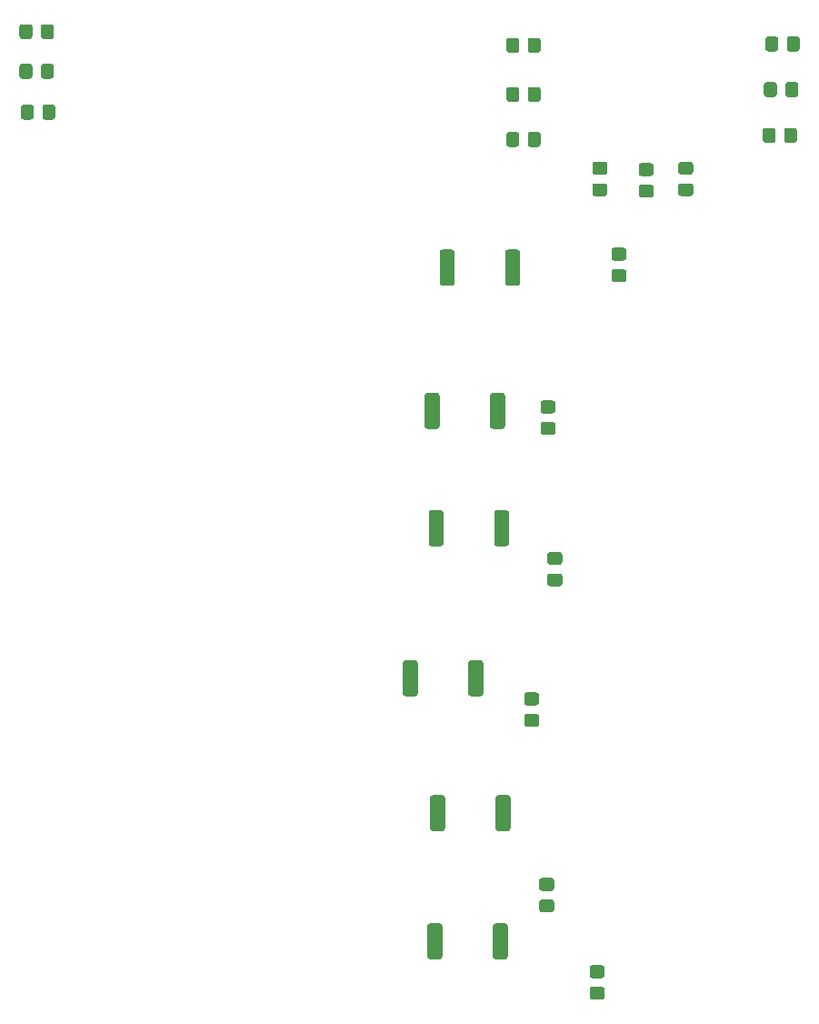
<source format=gtp>
%TF.GenerationSoftware,KiCad,Pcbnew,(5.1.8)-1*%
%TF.CreationDate,2020-12-20T02:03:12+03:00*%
%TF.ProjectId,BLDC_SensorlessWithLM339,424c4443-5f53-4656-9e73-6f726c657373,0.3*%
%TF.SameCoordinates,Original*%
%TF.FileFunction,Paste,Top*%
%TF.FilePolarity,Positive*%
%FSLAX46Y46*%
G04 Gerber Fmt 4.6, Leading zero omitted, Abs format (unit mm)*
G04 Created by KiCad (PCBNEW (5.1.8)-1) date 2020-12-20 02:03:12*
%MOMM*%
%LPD*%
G01*
G04 APERTURE LIST*
G04 APERTURE END LIST*
%TO.C,R24*%
G36*
G01*
X93834000Y-26346999D02*
X93834000Y-27247001D01*
G75*
G02*
X93584001Y-27497000I-249999J0D01*
G01*
X92883999Y-27497000D01*
G75*
G02*
X92634000Y-27247001I0J249999D01*
G01*
X92634000Y-26346999D01*
G75*
G02*
X92883999Y-26097000I249999J0D01*
G01*
X93584001Y-26097000D01*
G75*
G02*
X93834000Y-26346999I0J-249999D01*
G01*
G37*
G36*
G01*
X95834000Y-26346999D02*
X95834000Y-27247001D01*
G75*
G02*
X95584001Y-27497000I-249999J0D01*
G01*
X94883999Y-27497000D01*
G75*
G02*
X94634000Y-27247001I0J249999D01*
G01*
X94634000Y-26346999D01*
G75*
G02*
X94883999Y-26097000I249999J0D01*
G01*
X95584001Y-26097000D01*
G75*
G02*
X95834000Y-26346999I0J-249999D01*
G01*
G37*
%TD*%
%TO.C,R23*%
G36*
G01*
X93961000Y-22092499D02*
X93961000Y-22992501D01*
G75*
G02*
X93711001Y-23242500I-249999J0D01*
G01*
X93010999Y-23242500D01*
G75*
G02*
X92761000Y-22992501I0J249999D01*
G01*
X92761000Y-22092499D01*
G75*
G02*
X93010999Y-21842500I249999J0D01*
G01*
X93711001Y-21842500D01*
G75*
G02*
X93961000Y-22092499I0J-249999D01*
G01*
G37*
G36*
G01*
X95961000Y-22092499D02*
X95961000Y-22992501D01*
G75*
G02*
X95711001Y-23242500I-249999J0D01*
G01*
X95010999Y-23242500D01*
G75*
G02*
X94761000Y-22992501I0J249999D01*
G01*
X94761000Y-22092499D01*
G75*
G02*
X95010999Y-21842500I249999J0D01*
G01*
X95711001Y-21842500D01*
G75*
G02*
X95961000Y-22092499I0J-249999D01*
G01*
G37*
%TD*%
%TO.C,R22*%
G36*
G01*
X94088000Y-17837999D02*
X94088000Y-18738001D01*
G75*
G02*
X93838001Y-18988000I-249999J0D01*
G01*
X93137999Y-18988000D01*
G75*
G02*
X92888000Y-18738001I0J249999D01*
G01*
X92888000Y-17837999D01*
G75*
G02*
X93137999Y-17588000I249999J0D01*
G01*
X93838001Y-17588000D01*
G75*
G02*
X94088000Y-17837999I0J-249999D01*
G01*
G37*
G36*
G01*
X96088000Y-17837999D02*
X96088000Y-18738001D01*
G75*
G02*
X95838001Y-18988000I-249999J0D01*
G01*
X95137999Y-18988000D01*
G75*
G02*
X94888000Y-18738001I0J249999D01*
G01*
X94888000Y-17837999D01*
G75*
G02*
X95137999Y-17588000I249999J0D01*
G01*
X95838001Y-17588000D01*
G75*
G02*
X96088000Y-17837999I0J-249999D01*
G01*
G37*
%TD*%
%TO.C,R21*%
G36*
G01*
X85921001Y-30461000D02*
X85020999Y-30461000D01*
G75*
G02*
X84771000Y-30211001I0J249999D01*
G01*
X84771000Y-29510999D01*
G75*
G02*
X85020999Y-29261000I249999J0D01*
G01*
X85921001Y-29261000D01*
G75*
G02*
X86171000Y-29510999I0J-249999D01*
G01*
X86171000Y-30211001D01*
G75*
G02*
X85921001Y-30461000I-249999J0D01*
G01*
G37*
G36*
G01*
X85921001Y-32461000D02*
X85020999Y-32461000D01*
G75*
G02*
X84771000Y-32211001I0J249999D01*
G01*
X84771000Y-31510999D01*
G75*
G02*
X85020999Y-31261000I249999J0D01*
G01*
X85921001Y-31261000D01*
G75*
G02*
X86171000Y-31510999I0J-249999D01*
G01*
X86171000Y-32211001D01*
G75*
G02*
X85921001Y-32461000I-249999J0D01*
G01*
G37*
%TD*%
%TO.C,R20*%
G36*
G01*
X82238001Y-30588000D02*
X81337999Y-30588000D01*
G75*
G02*
X81088000Y-30338001I0J249999D01*
G01*
X81088000Y-29637999D01*
G75*
G02*
X81337999Y-29388000I249999J0D01*
G01*
X82238001Y-29388000D01*
G75*
G02*
X82488000Y-29637999I0J-249999D01*
G01*
X82488000Y-30338001D01*
G75*
G02*
X82238001Y-30588000I-249999J0D01*
G01*
G37*
G36*
G01*
X82238001Y-32588000D02*
X81337999Y-32588000D01*
G75*
G02*
X81088000Y-32338001I0J249999D01*
G01*
X81088000Y-31637999D01*
G75*
G02*
X81337999Y-31388000I249999J0D01*
G01*
X82238001Y-31388000D01*
G75*
G02*
X82488000Y-31637999I0J-249999D01*
G01*
X82488000Y-32338001D01*
G75*
G02*
X82238001Y-32588000I-249999J0D01*
G01*
G37*
%TD*%
%TO.C,R19*%
G36*
G01*
X77920001Y-30461000D02*
X77019999Y-30461000D01*
G75*
G02*
X76770000Y-30211001I0J249999D01*
G01*
X76770000Y-29510999D01*
G75*
G02*
X77019999Y-29261000I249999J0D01*
G01*
X77920001Y-29261000D01*
G75*
G02*
X78170000Y-29510999I0J-249999D01*
G01*
X78170000Y-30211001D01*
G75*
G02*
X77920001Y-30461000I-249999J0D01*
G01*
G37*
G36*
G01*
X77920001Y-32461000D02*
X77019999Y-32461000D01*
G75*
G02*
X76770000Y-32211001I0J249999D01*
G01*
X76770000Y-31510999D01*
G75*
G02*
X77019999Y-31261000I249999J0D01*
G01*
X77920001Y-31261000D01*
G75*
G02*
X78170000Y-31510999I0J-249999D01*
G01*
X78170000Y-32211001D01*
G75*
G02*
X77920001Y-32461000I-249999J0D01*
G01*
G37*
%TD*%
%TO.C,R18*%
G36*
G01*
X69958000Y-26727999D02*
X69958000Y-27628001D01*
G75*
G02*
X69708001Y-27878000I-249999J0D01*
G01*
X69007999Y-27878000D01*
G75*
G02*
X68758000Y-27628001I0J249999D01*
G01*
X68758000Y-26727999D01*
G75*
G02*
X69007999Y-26478000I249999J0D01*
G01*
X69708001Y-26478000D01*
G75*
G02*
X69958000Y-26727999I0J-249999D01*
G01*
G37*
G36*
G01*
X71958000Y-26727999D02*
X71958000Y-27628001D01*
G75*
G02*
X71708001Y-27878000I-249999J0D01*
G01*
X71007999Y-27878000D01*
G75*
G02*
X70758000Y-27628001I0J249999D01*
G01*
X70758000Y-26727999D01*
G75*
G02*
X71007999Y-26478000I249999J0D01*
G01*
X71708001Y-26478000D01*
G75*
G02*
X71958000Y-26727999I0J-249999D01*
G01*
G37*
%TD*%
%TO.C,R17*%
G36*
G01*
X69958000Y-22536999D02*
X69958000Y-23437001D01*
G75*
G02*
X69708001Y-23687000I-249999J0D01*
G01*
X69007999Y-23687000D01*
G75*
G02*
X68758000Y-23437001I0J249999D01*
G01*
X68758000Y-22536999D01*
G75*
G02*
X69007999Y-22287000I249999J0D01*
G01*
X69708001Y-22287000D01*
G75*
G02*
X69958000Y-22536999I0J-249999D01*
G01*
G37*
G36*
G01*
X71958000Y-22536999D02*
X71958000Y-23437001D01*
G75*
G02*
X71708001Y-23687000I-249999J0D01*
G01*
X71007999Y-23687000D01*
G75*
G02*
X70758000Y-23437001I0J249999D01*
G01*
X70758000Y-22536999D01*
G75*
G02*
X71007999Y-22287000I249999J0D01*
G01*
X71708001Y-22287000D01*
G75*
G02*
X71958000Y-22536999I0J-249999D01*
G01*
G37*
%TD*%
%TO.C,R16*%
G36*
G01*
X69958000Y-17964999D02*
X69958000Y-18865001D01*
G75*
G02*
X69708001Y-19115000I-249999J0D01*
G01*
X69007999Y-19115000D01*
G75*
G02*
X68758000Y-18865001I0J249999D01*
G01*
X68758000Y-17964999D01*
G75*
G02*
X69007999Y-17715000I249999J0D01*
G01*
X69708001Y-17715000D01*
G75*
G02*
X69958000Y-17964999I0J-249999D01*
G01*
G37*
G36*
G01*
X71958000Y-17964999D02*
X71958000Y-18865001D01*
G75*
G02*
X71708001Y-19115000I-249999J0D01*
G01*
X71007999Y-19115000D01*
G75*
G02*
X70758000Y-18865001I0J249999D01*
G01*
X70758000Y-17964999D01*
G75*
G02*
X71007999Y-17715000I249999J0D01*
G01*
X71708001Y-17715000D01*
G75*
G02*
X71958000Y-17964999I0J-249999D01*
G01*
G37*
%TD*%
%TO.C,R15*%
G36*
G01*
X72193999Y-53486000D02*
X73094001Y-53486000D01*
G75*
G02*
X73344000Y-53735999I0J-249999D01*
G01*
X73344000Y-54436001D01*
G75*
G02*
X73094001Y-54686000I-249999J0D01*
G01*
X72193999Y-54686000D01*
G75*
G02*
X71944000Y-54436001I0J249999D01*
G01*
X71944000Y-53735999D01*
G75*
G02*
X72193999Y-53486000I249999J0D01*
G01*
G37*
G36*
G01*
X72193999Y-51486000D02*
X73094001Y-51486000D01*
G75*
G02*
X73344000Y-51735999I0J-249999D01*
G01*
X73344000Y-52436001D01*
G75*
G02*
X73094001Y-52686000I-249999J0D01*
G01*
X72193999Y-52686000D01*
G75*
G02*
X71944000Y-52436001I0J249999D01*
G01*
X71944000Y-51735999D01*
G75*
G02*
X72193999Y-51486000I249999J0D01*
G01*
G37*
%TD*%
%TO.C,R14*%
G36*
G01*
X78797999Y-39262000D02*
X79698001Y-39262000D01*
G75*
G02*
X79948000Y-39511999I0J-249999D01*
G01*
X79948000Y-40212001D01*
G75*
G02*
X79698001Y-40462000I-249999J0D01*
G01*
X78797999Y-40462000D01*
G75*
G02*
X78548000Y-40212001I0J249999D01*
G01*
X78548000Y-39511999D01*
G75*
G02*
X78797999Y-39262000I249999J0D01*
G01*
G37*
G36*
G01*
X78797999Y-37262000D02*
X79698001Y-37262000D01*
G75*
G02*
X79948000Y-37511999I0J-249999D01*
G01*
X79948000Y-38212001D01*
G75*
G02*
X79698001Y-38462000I-249999J0D01*
G01*
X78797999Y-38462000D01*
G75*
G02*
X78548000Y-38212001I0J249999D01*
G01*
X78548000Y-37511999D01*
G75*
G02*
X78797999Y-37262000I249999J0D01*
G01*
G37*
%TD*%
%TO.C,R13*%
G36*
G01*
X76765999Y-106064000D02*
X77666001Y-106064000D01*
G75*
G02*
X77916000Y-106313999I0J-249999D01*
G01*
X77916000Y-107014001D01*
G75*
G02*
X77666001Y-107264000I-249999J0D01*
G01*
X76765999Y-107264000D01*
G75*
G02*
X76516000Y-107014001I0J249999D01*
G01*
X76516000Y-106313999D01*
G75*
G02*
X76765999Y-106064000I249999J0D01*
G01*
G37*
G36*
G01*
X76765999Y-104064000D02*
X77666001Y-104064000D01*
G75*
G02*
X77916000Y-104313999I0J-249999D01*
G01*
X77916000Y-105014001D01*
G75*
G02*
X77666001Y-105264000I-249999J0D01*
G01*
X76765999Y-105264000D01*
G75*
G02*
X76516000Y-105014001I0J249999D01*
G01*
X76516000Y-104313999D01*
G75*
G02*
X76765999Y-104064000I249999J0D01*
G01*
G37*
%TD*%
%TO.C,R12*%
G36*
G01*
X67247000Y-53876001D02*
X67247000Y-51025999D01*
G75*
G02*
X67496999Y-50776000I249999J0D01*
G01*
X68397001Y-50776000D01*
G75*
G02*
X68647000Y-51025999I0J-249999D01*
G01*
X68647000Y-53876001D01*
G75*
G02*
X68397001Y-54126000I-249999J0D01*
G01*
X67496999Y-54126000D01*
G75*
G02*
X67247000Y-53876001I0J249999D01*
G01*
G37*
G36*
G01*
X61147000Y-53876001D02*
X61147000Y-51025999D01*
G75*
G02*
X61396999Y-50776000I249999J0D01*
G01*
X62297001Y-50776000D01*
G75*
G02*
X62547000Y-51025999I0J-249999D01*
G01*
X62547000Y-53876001D01*
G75*
G02*
X62297001Y-54126000I-249999J0D01*
G01*
X61396999Y-54126000D01*
G75*
G02*
X61147000Y-53876001I0J249999D01*
G01*
G37*
%TD*%
%TO.C,R11*%
G36*
G01*
X68644000Y-40541001D02*
X68644000Y-37690999D01*
G75*
G02*
X68893999Y-37441000I249999J0D01*
G01*
X69794001Y-37441000D01*
G75*
G02*
X70044000Y-37690999I0J-249999D01*
G01*
X70044000Y-40541001D01*
G75*
G02*
X69794001Y-40791000I-249999J0D01*
G01*
X68893999Y-40791000D01*
G75*
G02*
X68644000Y-40541001I0J249999D01*
G01*
G37*
G36*
G01*
X62544000Y-40541001D02*
X62544000Y-37690999D01*
G75*
G02*
X62793999Y-37441000I249999J0D01*
G01*
X63694001Y-37441000D01*
G75*
G02*
X63944000Y-37690999I0J-249999D01*
G01*
X63944000Y-40541001D01*
G75*
G02*
X63694001Y-40791000I-249999J0D01*
G01*
X62793999Y-40791000D01*
G75*
G02*
X62544000Y-40541001I0J249999D01*
G01*
G37*
%TD*%
%TO.C,R10*%
G36*
G01*
X72828999Y-67583000D02*
X73729001Y-67583000D01*
G75*
G02*
X73979000Y-67832999I0J-249999D01*
G01*
X73979000Y-68533001D01*
G75*
G02*
X73729001Y-68783000I-249999J0D01*
G01*
X72828999Y-68783000D01*
G75*
G02*
X72579000Y-68533001I0J249999D01*
G01*
X72579000Y-67832999D01*
G75*
G02*
X72828999Y-67583000I249999J0D01*
G01*
G37*
G36*
G01*
X72828999Y-65583000D02*
X73729001Y-65583000D01*
G75*
G02*
X73979000Y-65832999I0J-249999D01*
G01*
X73979000Y-66533001D01*
G75*
G02*
X73729001Y-66783000I-249999J0D01*
G01*
X72828999Y-66783000D01*
G75*
G02*
X72579000Y-66533001I0J249999D01*
G01*
X72579000Y-65832999D01*
G75*
G02*
X72828999Y-65583000I249999J0D01*
G01*
G37*
%TD*%
%TO.C,R9*%
G36*
G01*
X72066999Y-97936000D02*
X72967001Y-97936000D01*
G75*
G02*
X73217000Y-98185999I0J-249999D01*
G01*
X73217000Y-98886001D01*
G75*
G02*
X72967001Y-99136000I-249999J0D01*
G01*
X72066999Y-99136000D01*
G75*
G02*
X71817000Y-98886001I0J249999D01*
G01*
X71817000Y-98185999D01*
G75*
G02*
X72066999Y-97936000I249999J0D01*
G01*
G37*
G36*
G01*
X72066999Y-95936000D02*
X72967001Y-95936000D01*
G75*
G02*
X73217000Y-96185999I0J-249999D01*
G01*
X73217000Y-96886001D01*
G75*
G02*
X72967001Y-97136000I-249999J0D01*
G01*
X72066999Y-97136000D01*
G75*
G02*
X71817000Y-96886001I0J249999D01*
G01*
X71817000Y-96185999D01*
G75*
G02*
X72066999Y-95936000I249999J0D01*
G01*
G37*
%TD*%
%TO.C,R8*%
G36*
G01*
X70669999Y-80664000D02*
X71570001Y-80664000D01*
G75*
G02*
X71820000Y-80913999I0J-249999D01*
G01*
X71820000Y-81614001D01*
G75*
G02*
X71570001Y-81864000I-249999J0D01*
G01*
X70669999Y-81864000D01*
G75*
G02*
X70420000Y-81614001I0J249999D01*
G01*
X70420000Y-80913999D01*
G75*
G02*
X70669999Y-80664000I249999J0D01*
G01*
G37*
G36*
G01*
X70669999Y-78664000D02*
X71570001Y-78664000D01*
G75*
G02*
X71820000Y-78913999I0J-249999D01*
G01*
X71820000Y-79614001D01*
G75*
G02*
X71570001Y-79864000I-249999J0D01*
G01*
X70669999Y-79864000D01*
G75*
G02*
X70420000Y-79614001I0J249999D01*
G01*
X70420000Y-78913999D01*
G75*
G02*
X70669999Y-78664000I249999J0D01*
G01*
G37*
%TD*%
%TO.C,R7*%
G36*
G01*
X67501000Y-103279001D02*
X67501000Y-100428999D01*
G75*
G02*
X67750999Y-100179000I249999J0D01*
G01*
X68651001Y-100179000D01*
G75*
G02*
X68901000Y-100428999I0J-249999D01*
G01*
X68901000Y-103279001D01*
G75*
G02*
X68651001Y-103529000I-249999J0D01*
G01*
X67750999Y-103529000D01*
G75*
G02*
X67501000Y-103279001I0J249999D01*
G01*
G37*
G36*
G01*
X61401000Y-103279001D02*
X61401000Y-100428999D01*
G75*
G02*
X61650999Y-100179000I249999J0D01*
G01*
X62551001Y-100179000D01*
G75*
G02*
X62801000Y-100428999I0J-249999D01*
G01*
X62801000Y-103279001D01*
G75*
G02*
X62551001Y-103529000I-249999J0D01*
G01*
X61650999Y-103529000D01*
G75*
G02*
X61401000Y-103279001I0J249999D01*
G01*
G37*
%TD*%
%TO.C,R6*%
G36*
G01*
X65215000Y-78768001D02*
X65215000Y-75917999D01*
G75*
G02*
X65464999Y-75668000I249999J0D01*
G01*
X66365001Y-75668000D01*
G75*
G02*
X66615000Y-75917999I0J-249999D01*
G01*
X66615000Y-78768001D01*
G75*
G02*
X66365001Y-79018000I-249999J0D01*
G01*
X65464999Y-79018000D01*
G75*
G02*
X65215000Y-78768001I0J249999D01*
G01*
G37*
G36*
G01*
X59115000Y-78768001D02*
X59115000Y-75917999D01*
G75*
G02*
X59364999Y-75668000I249999J0D01*
G01*
X60265001Y-75668000D01*
G75*
G02*
X60515000Y-75917999I0J-249999D01*
G01*
X60515000Y-78768001D01*
G75*
G02*
X60265001Y-79018000I-249999J0D01*
G01*
X59364999Y-79018000D01*
G75*
G02*
X59115000Y-78768001I0J249999D01*
G01*
G37*
%TD*%
%TO.C,R5*%
G36*
G01*
X67628000Y-64798001D02*
X67628000Y-61947999D01*
G75*
G02*
X67877999Y-61698000I249999J0D01*
G01*
X68778001Y-61698000D01*
G75*
G02*
X69028000Y-61947999I0J-249999D01*
G01*
X69028000Y-64798001D01*
G75*
G02*
X68778001Y-65048000I-249999J0D01*
G01*
X67877999Y-65048000D01*
G75*
G02*
X67628000Y-64798001I0J249999D01*
G01*
G37*
G36*
G01*
X61528000Y-64798001D02*
X61528000Y-61947999D01*
G75*
G02*
X61777999Y-61698000I249999J0D01*
G01*
X62678001Y-61698000D01*
G75*
G02*
X62928000Y-61947999I0J-249999D01*
G01*
X62928000Y-64798001D01*
G75*
G02*
X62678001Y-65048000I-249999J0D01*
G01*
X61777999Y-65048000D01*
G75*
G02*
X61528000Y-64798001I0J249999D01*
G01*
G37*
%TD*%
%TO.C,R4*%
G36*
G01*
X67755000Y-91341001D02*
X67755000Y-88490999D01*
G75*
G02*
X68004999Y-88241000I249999J0D01*
G01*
X68905001Y-88241000D01*
G75*
G02*
X69155000Y-88490999I0J-249999D01*
G01*
X69155000Y-91341001D01*
G75*
G02*
X68905001Y-91591000I-249999J0D01*
G01*
X68004999Y-91591000D01*
G75*
G02*
X67755000Y-91341001I0J249999D01*
G01*
G37*
G36*
G01*
X61655000Y-91341001D02*
X61655000Y-88490999D01*
G75*
G02*
X61904999Y-88241000I249999J0D01*
G01*
X62805001Y-88241000D01*
G75*
G02*
X63055000Y-88490999I0J-249999D01*
G01*
X63055000Y-91341001D01*
G75*
G02*
X62805001Y-91591000I-249999J0D01*
G01*
X61904999Y-91591000D01*
G75*
G02*
X61655000Y-91341001I0J249999D01*
G01*
G37*
%TD*%
%TO.C,R3*%
G36*
G01*
X25419000Y-17595001D02*
X25419000Y-16694999D01*
G75*
G02*
X25668999Y-16445000I249999J0D01*
G01*
X26369001Y-16445000D01*
G75*
G02*
X26619000Y-16694999I0J-249999D01*
G01*
X26619000Y-17595001D01*
G75*
G02*
X26369001Y-17845000I-249999J0D01*
G01*
X25668999Y-17845000D01*
G75*
G02*
X25419000Y-17595001I0J249999D01*
G01*
G37*
G36*
G01*
X23419000Y-17595001D02*
X23419000Y-16694999D01*
G75*
G02*
X23668999Y-16445000I249999J0D01*
G01*
X24369001Y-16445000D01*
G75*
G02*
X24619000Y-16694999I0J-249999D01*
G01*
X24619000Y-17595001D01*
G75*
G02*
X24369001Y-17845000I-249999J0D01*
G01*
X23668999Y-17845000D01*
G75*
G02*
X23419000Y-17595001I0J249999D01*
G01*
G37*
%TD*%
%TO.C,R2*%
G36*
G01*
X25419000Y-21278001D02*
X25419000Y-20377999D01*
G75*
G02*
X25668999Y-20128000I249999J0D01*
G01*
X26369001Y-20128000D01*
G75*
G02*
X26619000Y-20377999I0J-249999D01*
G01*
X26619000Y-21278001D01*
G75*
G02*
X26369001Y-21528000I-249999J0D01*
G01*
X25668999Y-21528000D01*
G75*
G02*
X25419000Y-21278001I0J249999D01*
G01*
G37*
G36*
G01*
X23419000Y-21278001D02*
X23419000Y-20377999D01*
G75*
G02*
X23668999Y-20128000I249999J0D01*
G01*
X24369001Y-20128000D01*
G75*
G02*
X24619000Y-20377999I0J-249999D01*
G01*
X24619000Y-21278001D01*
G75*
G02*
X24369001Y-21528000I-249999J0D01*
G01*
X23668999Y-21528000D01*
G75*
G02*
X23419000Y-21278001I0J249999D01*
G01*
G37*
%TD*%
%TO.C,R1*%
G36*
G01*
X25546000Y-25088001D02*
X25546000Y-24187999D01*
G75*
G02*
X25795999Y-23938000I249999J0D01*
G01*
X26496001Y-23938000D01*
G75*
G02*
X26746000Y-24187999I0J-249999D01*
G01*
X26746000Y-25088001D01*
G75*
G02*
X26496001Y-25338000I-249999J0D01*
G01*
X25795999Y-25338000D01*
G75*
G02*
X25546000Y-25088001I0J249999D01*
G01*
G37*
G36*
G01*
X23546000Y-25088001D02*
X23546000Y-24187999D01*
G75*
G02*
X23795999Y-23938000I249999J0D01*
G01*
X24496001Y-23938000D01*
G75*
G02*
X24746000Y-24187999I0J-249999D01*
G01*
X24746000Y-25088001D01*
G75*
G02*
X24496001Y-25338000I-249999J0D01*
G01*
X23795999Y-25338000D01*
G75*
G02*
X23546000Y-25088001I0J249999D01*
G01*
G37*
%TD*%
M02*

</source>
